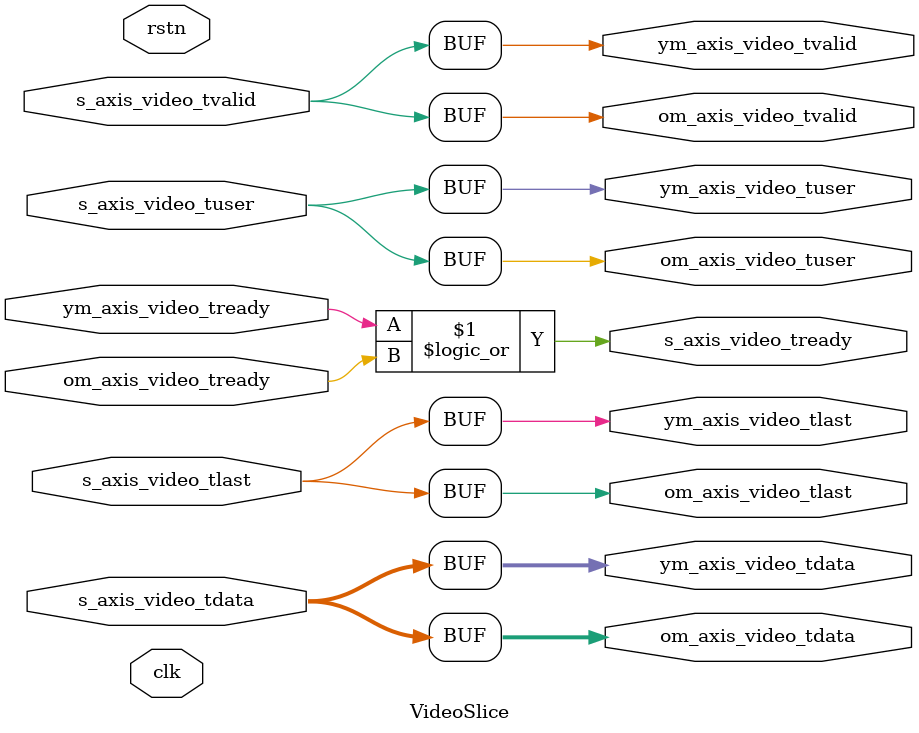
<source format=v>
`timescale 1ns / 1ps


module VideoSlice(
input  wire clk ,
input  wire rstn,
input  wire [23 : 0] s_axis_video_tdata    ,
output wire          s_axis_video_tready            ,
input  wire          s_axis_video_tvalid            ,
input  wire          s_axis_video_tlast             ,
input  wire          s_axis_video_tuser         ,
output wire [23 : 0] om_axis_video_tdata    ,
output wire          om_axis_video_tvalid            ,
input  wire          om_axis_video_tready            ,
output wire          om_axis_video_tlast             ,
output wire          om_axis_video_tuser             ,
output wire [23 : 0] ym_axis_video_tdata    ,
output wire          ym_axis_video_tvalid            ,
input  wire          ym_axis_video_tready            ,
output wire          ym_axis_video_tlast             ,
output wire          ym_axis_video_tuser             
    );

assign om_axis_video_tdata  = s_axis_video_tdata  ;
assign s_axis_video_tready = ym_axis_video_tready || om_axis_video_tready ;
assign om_axis_video_tvalid = s_axis_video_tvalid ;
assign om_axis_video_tlast  = s_axis_video_tlast  ;
assign om_axis_video_tuser  = s_axis_video_tuser  ;
assign ym_axis_video_tdata  = s_axis_video_tdata  ;
assign ym_axis_video_tvalid = s_axis_video_tvalid ;
assign ym_axis_video_tlast  = s_axis_video_tlast  ;
assign ym_axis_video_tuser  = s_axis_video_tuser  ;
    
endmodule

</source>
